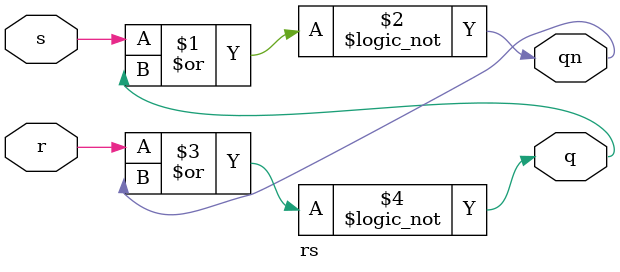
<source format=sv>
`timescale 1ns / 1ps

module rs(
    input r,
    input s,
    output q,
    output qn
    );
    
    assign qn = !(s | q);
    assign q = !(r | qn);
    endmodule

</source>
